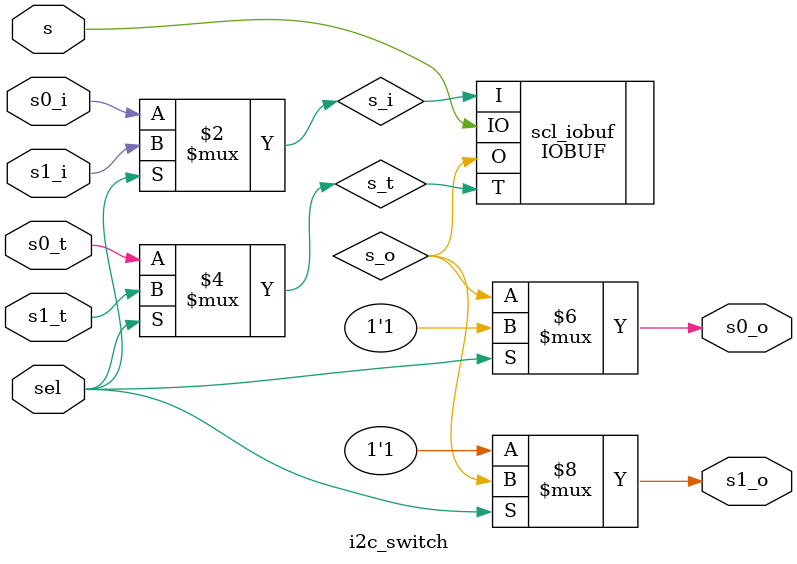
<source format=v>
`timescale 1ns / 1ps

module i2c_switch
(
    input  s0_i,
    output s0_o,
    input  s0_t,

    input  s1_i,
    output s1_o,
    input  s1_t,

    inout  s,
    
    input sel
);

    IOBUF scl_iobuf (.IO(s), .O(s_o), .I(s_i), .T(s_t));

    assign s_i = (sel == 1'b0) ? s0_i : s1_i;
    assign s_t = (sel == 1'b0) ? s0_t : s1_t;
    
    assign s0_o = (sel == 1'b0) ? s_o : 1'b1;
    assign s1_o = (sel == 1'b1) ? s_o : 1'b1;

endmodule

</source>
